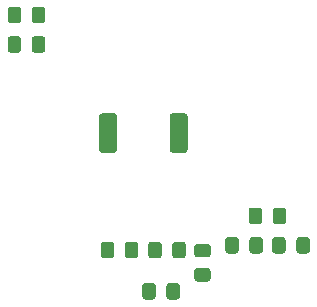
<source format=gbr>
%TF.GenerationSoftware,KiCad,Pcbnew,(5.1.6-0-10_14)*%
%TF.CreationDate,2021-01-02T16:58:20+01:00*%
%TF.ProjectId,driver-v2,64726976-6572-42d7-9632-2e6b69636164,rev?*%
%TF.SameCoordinates,Original*%
%TF.FileFunction,Paste,Bot*%
%TF.FilePolarity,Positive*%
%FSLAX46Y46*%
G04 Gerber Fmt 4.6, Leading zero omitted, Abs format (unit mm)*
G04 Created by KiCad (PCBNEW (5.1.6-0-10_14)) date 2021-01-02 16:58:20*
%MOMM*%
%LPD*%
G01*
G04 APERTURE LIST*
G04 APERTURE END LIST*
%TO.C,C2*%
G36*
G01*
X50850000Y-61950001D02*
X50850000Y-61049999D01*
G75*
G02*
X51099999Y-60800000I249999J0D01*
G01*
X51750001Y-60800000D01*
G75*
G02*
X52000000Y-61049999I0J-249999D01*
G01*
X52000000Y-61950001D01*
G75*
G02*
X51750001Y-62200000I-249999J0D01*
G01*
X51099999Y-62200000D01*
G75*
G02*
X50850000Y-61950001I0J249999D01*
G01*
G37*
G36*
G01*
X48800000Y-61950001D02*
X48800000Y-61049999D01*
G75*
G02*
X49049999Y-60800000I249999J0D01*
G01*
X49700001Y-60800000D01*
G75*
G02*
X49950000Y-61049999I0J-249999D01*
G01*
X49950000Y-61950001D01*
G75*
G02*
X49700001Y-62200000I-249999J0D01*
G01*
X49049999Y-62200000D01*
G75*
G02*
X48800000Y-61950001I0J249999D01*
G01*
G37*
%TD*%
%TO.C,C4*%
G36*
G01*
X46800000Y-59450001D02*
X46800000Y-58549999D01*
G75*
G02*
X47049999Y-58300000I249999J0D01*
G01*
X47700001Y-58300000D01*
G75*
G02*
X47950000Y-58549999I0J-249999D01*
G01*
X47950000Y-59450001D01*
G75*
G02*
X47700001Y-59700000I-249999J0D01*
G01*
X47049999Y-59700000D01*
G75*
G02*
X46800000Y-59450001I0J249999D01*
G01*
G37*
G36*
G01*
X48850000Y-59450001D02*
X48850000Y-58549999D01*
G75*
G02*
X49099999Y-58300000I249999J0D01*
G01*
X49750001Y-58300000D01*
G75*
G02*
X50000000Y-58549999I0J-249999D01*
G01*
X50000000Y-59450001D01*
G75*
G02*
X49750001Y-59700000I-249999J0D01*
G01*
X49099999Y-59700000D01*
G75*
G02*
X48850000Y-59450001I0J249999D01*
G01*
G37*
%TD*%
%TO.C,R1*%
G36*
G01*
X43350001Y-62525000D02*
X42449999Y-62525000D01*
G75*
G02*
X42200000Y-62275001I0J249999D01*
G01*
X42200000Y-61624999D01*
G75*
G02*
X42449999Y-61375000I249999J0D01*
G01*
X43350001Y-61375000D01*
G75*
G02*
X43600000Y-61624999I0J-249999D01*
G01*
X43600000Y-62275001D01*
G75*
G02*
X43350001Y-62525000I-249999J0D01*
G01*
G37*
G36*
G01*
X43350001Y-64575000D02*
X42449999Y-64575000D01*
G75*
G02*
X42200000Y-64325001I0J249999D01*
G01*
X42200000Y-63674999D01*
G75*
G02*
X42449999Y-63425000I249999J0D01*
G01*
X43350001Y-63425000D01*
G75*
G02*
X43600000Y-63674999I0J-249999D01*
G01*
X43600000Y-64325001D01*
G75*
G02*
X43350001Y-64575000I-249999J0D01*
G01*
G37*
%TD*%
%TO.C,R2*%
G36*
G01*
X48025000Y-61049999D02*
X48025000Y-61950001D01*
G75*
G02*
X47775001Y-62200000I-249999J0D01*
G01*
X47124999Y-62200000D01*
G75*
G02*
X46875000Y-61950001I0J249999D01*
G01*
X46875000Y-61049999D01*
G75*
G02*
X47124999Y-60800000I249999J0D01*
G01*
X47775001Y-60800000D01*
G75*
G02*
X48025000Y-61049999I0J-249999D01*
G01*
G37*
G36*
G01*
X45975000Y-61049999D02*
X45975000Y-61950001D01*
G75*
G02*
X45725001Y-62200000I-249999J0D01*
G01*
X45074999Y-62200000D01*
G75*
G02*
X44825000Y-61950001I0J249999D01*
G01*
X44825000Y-61049999D01*
G75*
G02*
X45074999Y-60800000I249999J0D01*
G01*
X45725001Y-60800000D01*
G75*
G02*
X45975000Y-61049999I0J-249999D01*
G01*
G37*
%TD*%
%TO.C,R3*%
G36*
G01*
X34150000Y-53425001D02*
X34150000Y-50574999D01*
G75*
G02*
X34399999Y-50325000I249999J0D01*
G01*
X35425001Y-50325000D01*
G75*
G02*
X35675000Y-50574999I0J-249999D01*
G01*
X35675000Y-53425001D01*
G75*
G02*
X35425001Y-53675000I-249999J0D01*
G01*
X34399999Y-53675000D01*
G75*
G02*
X34150000Y-53425001I0J249999D01*
G01*
G37*
G36*
G01*
X40125000Y-53425001D02*
X40125000Y-50574999D01*
G75*
G02*
X40374999Y-50325000I249999J0D01*
G01*
X41400001Y-50325000D01*
G75*
G02*
X41650000Y-50574999I0J-249999D01*
G01*
X41650000Y-53425001D01*
G75*
G02*
X41400001Y-53675000I-249999J0D01*
G01*
X40374999Y-53675000D01*
G75*
G02*
X40125000Y-53425001I0J249999D01*
G01*
G37*
%TD*%
%TO.C,R4*%
G36*
G01*
X36325000Y-62350001D02*
X36325000Y-61449999D01*
G75*
G02*
X36574999Y-61200000I249999J0D01*
G01*
X37225001Y-61200000D01*
G75*
G02*
X37475000Y-61449999I0J-249999D01*
G01*
X37475000Y-62350001D01*
G75*
G02*
X37225001Y-62600000I-249999J0D01*
G01*
X36574999Y-62600000D01*
G75*
G02*
X36325000Y-62350001I0J249999D01*
G01*
G37*
G36*
G01*
X34275000Y-62350001D02*
X34275000Y-61449999D01*
G75*
G02*
X34524999Y-61200000I249999J0D01*
G01*
X35175001Y-61200000D01*
G75*
G02*
X35425000Y-61449999I0J-249999D01*
G01*
X35425000Y-62350001D01*
G75*
G02*
X35175001Y-62600000I-249999J0D01*
G01*
X34524999Y-62600000D01*
G75*
G02*
X34275000Y-62350001I0J249999D01*
G01*
G37*
%TD*%
%TO.C,R5*%
G36*
G01*
X38300000Y-62350001D02*
X38300000Y-61449999D01*
G75*
G02*
X38549999Y-61200000I249999J0D01*
G01*
X39200001Y-61200000D01*
G75*
G02*
X39450000Y-61449999I0J-249999D01*
G01*
X39450000Y-62350001D01*
G75*
G02*
X39200001Y-62600000I-249999J0D01*
G01*
X38549999Y-62600000D01*
G75*
G02*
X38300000Y-62350001I0J249999D01*
G01*
G37*
G36*
G01*
X40350000Y-62350001D02*
X40350000Y-61449999D01*
G75*
G02*
X40599999Y-61200000I249999J0D01*
G01*
X41250001Y-61200000D01*
G75*
G02*
X41500000Y-61449999I0J-249999D01*
G01*
X41500000Y-62350001D01*
G75*
G02*
X41250001Y-62600000I-249999J0D01*
G01*
X40599999Y-62600000D01*
G75*
G02*
X40350000Y-62350001I0J249999D01*
G01*
G37*
%TD*%
%TO.C,Ren1*%
G36*
G01*
X26400000Y-42450001D02*
X26400000Y-41549999D01*
G75*
G02*
X26649999Y-41300000I249999J0D01*
G01*
X27300001Y-41300000D01*
G75*
G02*
X27550000Y-41549999I0J-249999D01*
G01*
X27550000Y-42450001D01*
G75*
G02*
X27300001Y-42700000I-249999J0D01*
G01*
X26649999Y-42700000D01*
G75*
G02*
X26400000Y-42450001I0J249999D01*
G01*
G37*
G36*
G01*
X28450000Y-42450001D02*
X28450000Y-41549999D01*
G75*
G02*
X28699999Y-41300000I249999J0D01*
G01*
X29350001Y-41300000D01*
G75*
G02*
X29600000Y-41549999I0J-249999D01*
G01*
X29600000Y-42450001D01*
G75*
G02*
X29350001Y-42700000I-249999J0D01*
G01*
X28699999Y-42700000D01*
G75*
G02*
X28450000Y-42450001I0J249999D01*
G01*
G37*
%TD*%
%TO.C,Riset1*%
G36*
G01*
X41000000Y-64949999D02*
X41000000Y-65850001D01*
G75*
G02*
X40750001Y-66100000I-249999J0D01*
G01*
X40099999Y-66100000D01*
G75*
G02*
X39850000Y-65850001I0J249999D01*
G01*
X39850000Y-64949999D01*
G75*
G02*
X40099999Y-64700000I249999J0D01*
G01*
X40750001Y-64700000D01*
G75*
G02*
X41000000Y-64949999I0J-249999D01*
G01*
G37*
G36*
G01*
X38950000Y-64949999D02*
X38950000Y-65850001D01*
G75*
G02*
X38700001Y-66100000I-249999J0D01*
G01*
X38049999Y-66100000D01*
G75*
G02*
X37800000Y-65850001I0J249999D01*
G01*
X37800000Y-64949999D01*
G75*
G02*
X38049999Y-64700000I249999J0D01*
G01*
X38700001Y-64700000D01*
G75*
G02*
X38950000Y-64949999I0J-249999D01*
G01*
G37*
%TD*%
%TO.C,Rpwm1*%
G36*
G01*
X28450000Y-44950001D02*
X28450000Y-44049999D01*
G75*
G02*
X28699999Y-43800000I249999J0D01*
G01*
X29350001Y-43800000D01*
G75*
G02*
X29600000Y-44049999I0J-249999D01*
G01*
X29600000Y-44950001D01*
G75*
G02*
X29350001Y-45200000I-249999J0D01*
G01*
X28699999Y-45200000D01*
G75*
G02*
X28450000Y-44950001I0J249999D01*
G01*
G37*
G36*
G01*
X26400000Y-44950001D02*
X26400000Y-44049999D01*
G75*
G02*
X26649999Y-43800000I249999J0D01*
G01*
X27300001Y-43800000D01*
G75*
G02*
X27550000Y-44049999I0J-249999D01*
G01*
X27550000Y-44950001D01*
G75*
G02*
X27300001Y-45200000I-249999J0D01*
G01*
X26649999Y-45200000D01*
G75*
G02*
X26400000Y-44950001I0J249999D01*
G01*
G37*
%TD*%
M02*

</source>
